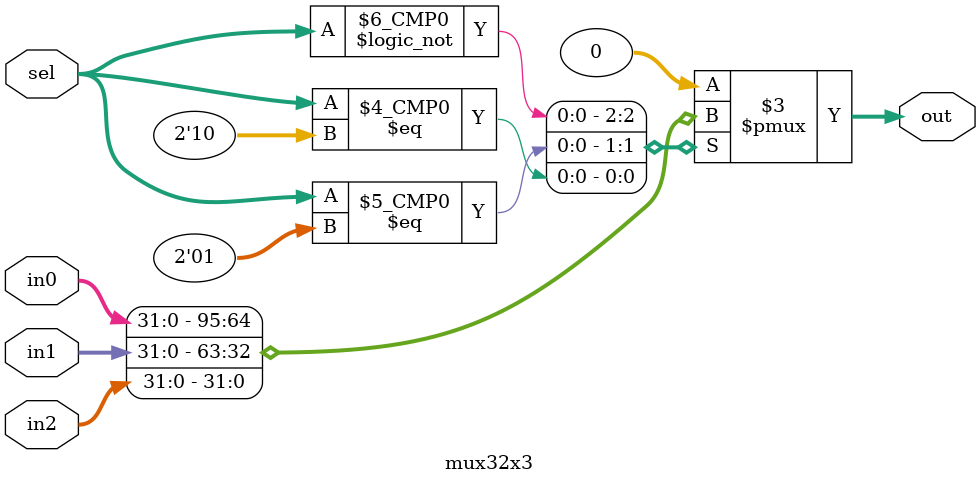
<source format=sv>
module mux32x3 (
input  logic [31:0] in0,
input  logic [31:0] in1,
input  logic [31:0] in2,
input  logic [01:0] sel,
output logic [31:0] out
);
always_comb begin
  case(sel)
    2'd0: out = in0;
    2'd1: out = in1;
    2'd2: out = in2;
    default: out = '0;
  endcase
end
endmodule


</source>
